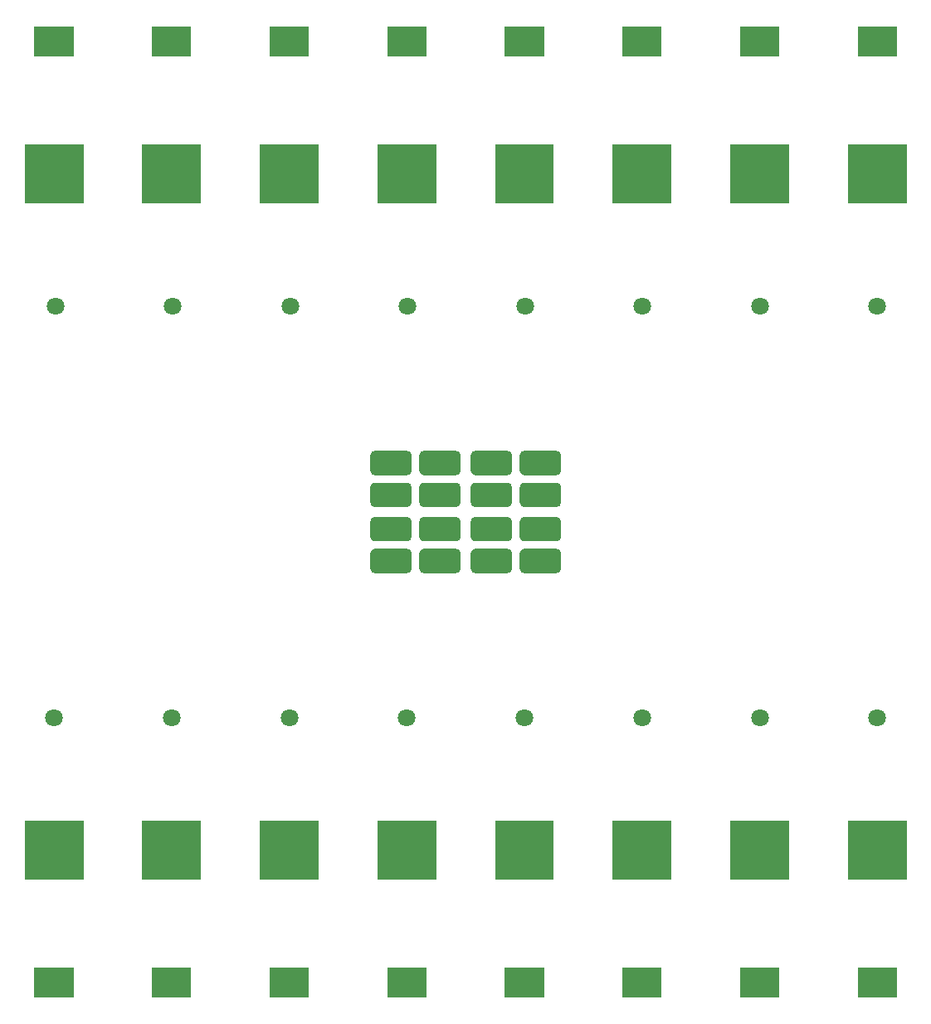
<source format=gts>
G04 #@! TF.GenerationSoftware,KiCad,Pcbnew,8.0.1-8.0.1-1~ubuntu22.04.1*
G04 #@! TF.CreationDate,2024-03-30T19:46:48+00:00*
G04 #@! TF.ProjectId,DRY_FLEX,4452595f-464c-4455-982e-6b696361645f,v1.0*
G04 #@! TF.SameCoordinates,Original*
G04 #@! TF.FileFunction,Soldermask,Top*
G04 #@! TF.FilePolarity,Negative*
%FSLAX46Y46*%
G04 Gerber Fmt 4.6, Leading zero omitted, Abs format (unit mm)*
G04 Created by KiCad (PCBNEW 8.0.1-8.0.1-1~ubuntu22.04.1) date 2024-03-30 19:46:48*
%MOMM*%
%LPD*%
G01*
G04 APERTURE LIST*
G04 Aperture macros list*
%AMFreePoly0*
4,1,13,0.345671,0.480970,0.426777,0.426777,0.480970,0.345671,0.500000,0.250000,0.500000,-0.900000,-0.500000,-0.900000,-0.500000,0.250000,-0.480970,0.345671,-0.426777,0.426777,-0.345671,0.480970,-0.250000,0.500000,0.250000,0.500000,0.345671,0.480970,0.345671,0.480970,$1*%
G04 Aperture macros list end*
%ADD10C,0.500000*%
%ADD11C,0.499999*%
%ADD12FreePoly0,0.000000*%
%ADD13C,1.800000*%
G04 APERTURE END LIST*
G36*
X60750000Y-70250000D02*
G01*
X65000000Y-70250000D01*
X65000000Y-71750000D01*
X60750000Y-71750000D01*
X60750000Y-70250000D01*
G37*
D10*
X56500001Y-61750000D02*
G75*
G02*
X56000001Y-61750000I-250000J0D01*
G01*
X56000001Y-61750000D02*
G75*
G02*
X56500001Y-61750000I250000J0D01*
G01*
G36*
X104500000Y-97500000D02*
G01*
X110500000Y-97500000D01*
X110500000Y-103500000D01*
X104500000Y-103500000D01*
X104500000Y-97500000D01*
G37*
D11*
X64750000Y-60250000D02*
G75*
G02*
X64250002Y-60250000I-249999J0D01*
G01*
X64250002Y-60250000D02*
G75*
G02*
X64750000Y-60250000I249999J0D01*
G01*
D10*
X61500000Y-63500000D02*
G75*
G02*
X61000000Y-63500000I-250000J0D01*
G01*
X61000000Y-63500000D02*
G75*
G02*
X61500000Y-63500000I250000J0D01*
G01*
X66750001Y-61750000D02*
G75*
G02*
X66250001Y-61750000I-250000J0D01*
G01*
X66250001Y-61750000D02*
G75*
G02*
X66750001Y-61750000I250000J0D01*
G01*
D11*
X74999999Y-60250000D02*
G75*
G02*
X74500001Y-60250000I-249999J0D01*
G01*
X74500001Y-60250000D02*
G75*
G02*
X74999999Y-60250000I249999J0D01*
G01*
X74999999Y-61750000D02*
G75*
G02*
X74500001Y-61750000I-249999J0D01*
G01*
X74500001Y-61750000D02*
G75*
G02*
X74999999Y-61750000I249999J0D01*
G01*
G36*
X57500000Y-16500000D02*
G01*
X61500000Y-16500000D01*
X61500000Y-19500000D01*
X57500000Y-19500000D01*
X57500000Y-16500000D01*
G37*
D10*
X71750000Y-70250000D02*
G75*
G02*
X71250000Y-70250000I-250000J0D01*
G01*
X71250000Y-70250000D02*
G75*
G02*
X71750000Y-70250000I250000J0D01*
G01*
G36*
X71500000Y-71250000D02*
G01*
X74750000Y-71250000D01*
X74750000Y-72250000D01*
X71500000Y-72250000D01*
X71500000Y-71250000D01*
G37*
G36*
X66000000Y-70250000D02*
G01*
X70250000Y-70250000D01*
X70250000Y-71750000D01*
X66000000Y-71750000D01*
X66000000Y-70250000D01*
G37*
D11*
X59750000Y-61750000D02*
G75*
G02*
X59250002Y-61750000I-249999J0D01*
G01*
X59250002Y-61750000D02*
G75*
G02*
X59750000Y-61750000I249999J0D01*
G01*
G36*
X70999999Y-67000000D02*
G01*
X75249999Y-67000000D01*
X75249999Y-68500000D01*
X70999999Y-68500000D01*
X70999999Y-67000000D01*
G37*
G36*
X66500000Y-64500000D02*
G01*
X69750000Y-64500000D01*
X69750000Y-65500000D01*
X66500000Y-65500000D01*
X66500000Y-64500000D01*
G37*
X70000000Y-70250000D02*
G75*
G02*
X69500002Y-70250000I-249999J0D01*
G01*
X69500002Y-70250000D02*
G75*
G02*
X70000000Y-70250000I249999J0D01*
G01*
X64749999Y-63500000D02*
G75*
G02*
X64250001Y-63500000I-249999J0D01*
G01*
X64250001Y-63500000D02*
G75*
G02*
X64749999Y-63500000I249999J0D01*
G01*
D10*
X71750000Y-71750000D02*
G75*
G02*
X71250000Y-71750000I-250000J0D01*
G01*
X71250000Y-71750000D02*
G75*
G02*
X71750000Y-71750000I250000J0D01*
G01*
G36*
X71499999Y-64500000D02*
G01*
X74749999Y-64500000D01*
X74749999Y-65500000D01*
X71499999Y-65500000D01*
X71499999Y-64500000D01*
G37*
G36*
X56500000Y-28500000D02*
G01*
X62500000Y-28500000D01*
X62500000Y-34500000D01*
X56500000Y-34500000D01*
X56500000Y-28500000D01*
G37*
G36*
X44500000Y-28500000D02*
G01*
X50500000Y-28500000D01*
X50500000Y-34500000D01*
X44500000Y-34500000D01*
X44500000Y-28500000D01*
G37*
D11*
X64750000Y-70250000D02*
G75*
G02*
X64250002Y-70250000I-249999J0D01*
G01*
X64250002Y-70250000D02*
G75*
G02*
X64750000Y-70250000I249999J0D01*
G01*
G36*
X92500000Y-97500000D02*
G01*
X98500000Y-97500000D01*
X98500000Y-103500000D01*
X92500000Y-103500000D01*
X92500000Y-97500000D01*
G37*
D10*
X61500000Y-65000000D02*
G75*
G02*
X61000000Y-65000000I-250000J0D01*
G01*
X61000000Y-65000000D02*
G75*
G02*
X61500000Y-65000000I250000J0D01*
G01*
G36*
X60749999Y-63500000D02*
G01*
X64999999Y-63500000D01*
X64999999Y-65000000D01*
X60749999Y-65000000D01*
X60749999Y-63500000D01*
G37*
D11*
X74999998Y-63500000D02*
G75*
G02*
X74500000Y-63500000I-249999J0D01*
G01*
X74500000Y-63500000D02*
G75*
G02*
X74999998Y-63500000I249999J0D01*
G01*
D10*
X56500002Y-63500000D02*
G75*
G02*
X56000002Y-63500000I-250000J0D01*
G01*
X56000002Y-63500000D02*
G75*
G02*
X56500002Y-63500000I250000J0D01*
G01*
D11*
X64749999Y-68500000D02*
G75*
G02*
X64250001Y-68500000I-249999J0D01*
G01*
X64250001Y-68500000D02*
G75*
G02*
X64749999Y-68500000I249999J0D01*
G01*
D10*
X61500001Y-67000000D02*
G75*
G02*
X61000001Y-67000000I-250000J0D01*
G01*
X61000001Y-67000000D02*
G75*
G02*
X61500001Y-67000000I250000J0D01*
G01*
D11*
X69999999Y-63500000D02*
G75*
G02*
X69500001Y-63500000I-249999J0D01*
G01*
X69500001Y-63500000D02*
G75*
G02*
X69999999Y-63500000I249999J0D01*
G01*
G36*
X66500001Y-68000000D02*
G01*
X69750001Y-68000000D01*
X69750001Y-69000000D01*
X66500001Y-69000000D01*
X66500001Y-68000000D01*
G37*
G36*
X61250001Y-71250000D02*
G01*
X64500001Y-71250000D01*
X64500001Y-72250000D01*
X61250001Y-72250000D01*
X61250001Y-71250000D01*
G37*
G36*
X66000000Y-60250000D02*
G01*
X70250000Y-60250000D01*
X70250000Y-61750000D01*
X66000000Y-61750000D01*
X66000000Y-60250000D01*
G37*
G36*
X71499999Y-66500000D02*
G01*
X74749999Y-66500000D01*
X74749999Y-67500000D01*
X71499999Y-67500000D01*
X71499999Y-66500000D01*
G37*
G36*
X70999998Y-63500000D02*
G01*
X75249998Y-63500000D01*
X75249998Y-65000000D01*
X70999998Y-65000000D01*
X70999998Y-63500000D01*
G37*
G36*
X66500001Y-71250000D02*
G01*
X69750001Y-71250000D01*
X69750001Y-72250000D01*
X66500001Y-72250000D01*
X66500001Y-71250000D01*
G37*
D10*
X71750000Y-68500000D02*
G75*
G02*
X71250000Y-68500000I-250000J0D01*
G01*
X71250000Y-68500000D02*
G75*
G02*
X71750000Y-68500000I250000J0D01*
G01*
G36*
X61250000Y-69750000D02*
G01*
X64500000Y-69750000D01*
X64500000Y-70750000D01*
X61250000Y-70750000D01*
X61250000Y-69750000D01*
G37*
D11*
X59750000Y-68500000D02*
G75*
G02*
X59250002Y-68500000I-249999J0D01*
G01*
X59250002Y-68500000D02*
G75*
G02*
X59750000Y-68500000I249999J0D01*
G01*
G36*
X56250001Y-68000000D02*
G01*
X59500001Y-68000000D01*
X59500001Y-69000000D01*
X56250001Y-69000000D01*
X56250001Y-68000000D01*
G37*
X70000000Y-67000000D02*
G75*
G02*
X69500002Y-67000000I-249999J0D01*
G01*
X69500002Y-67000000D02*
G75*
G02*
X70000000Y-67000000I249999J0D01*
G01*
G36*
X56250000Y-59750000D02*
G01*
X59500000Y-59750000D01*
X59500000Y-60750000D01*
X56250000Y-60750000D01*
X56250000Y-59750000D01*
G37*
X59750000Y-67000000D02*
G75*
G02*
X59250002Y-67000000I-249999J0D01*
G01*
X59250002Y-67000000D02*
G75*
G02*
X59750000Y-67000000I249999J0D01*
G01*
D10*
X56500001Y-60250000D02*
G75*
G02*
X56000001Y-60250000I-250000J0D01*
G01*
X56000001Y-60250000D02*
G75*
G02*
X56500001Y-60250000I250000J0D01*
G01*
X66750001Y-60250000D02*
G75*
G02*
X66250001Y-60250000I-250000J0D01*
G01*
X66250001Y-60250000D02*
G75*
G02*
X66750001Y-60250000I250000J0D01*
G01*
G36*
X61250001Y-61250000D02*
G01*
X64500001Y-61250000D01*
X64500001Y-62250000D01*
X61250001Y-62250000D01*
X61250001Y-61250000D01*
G37*
D11*
X74999999Y-71750000D02*
G75*
G02*
X74500001Y-71750000I-249999J0D01*
G01*
X74500001Y-71750000D02*
G75*
G02*
X74999999Y-71750000I249999J0D01*
G01*
G36*
X81500000Y-16500000D02*
G01*
X85500000Y-16500000D01*
X85500000Y-19500000D01*
X81500000Y-19500000D01*
X81500000Y-16500000D01*
G37*
X59750001Y-65000000D02*
G75*
G02*
X59250003Y-65000000I-249999J0D01*
G01*
X59250003Y-65000000D02*
G75*
G02*
X59750001Y-65000000I249999J0D01*
G01*
D10*
X61500001Y-70250000D02*
G75*
G02*
X61000001Y-70250000I-250000J0D01*
G01*
X61000001Y-70250000D02*
G75*
G02*
X61500001Y-70250000I250000J0D01*
G01*
G36*
X61250000Y-66500000D02*
G01*
X64500000Y-66500000D01*
X64500000Y-67500000D01*
X61250000Y-67500000D01*
X61250000Y-66500000D01*
G37*
G36*
X56500000Y-97500000D02*
G01*
X62500000Y-97500000D01*
X62500000Y-103500000D01*
X56500000Y-103500000D01*
X56500000Y-97500000D01*
G37*
G36*
X56250001Y-71250000D02*
G01*
X59500001Y-71250000D01*
X59500001Y-72250000D01*
X56250001Y-72250000D01*
X56250001Y-71250000D01*
G37*
D11*
X59750000Y-71750000D02*
G75*
G02*
X59250002Y-71750000I-249999J0D01*
G01*
X59250002Y-71750000D02*
G75*
G02*
X59750000Y-71750000I249999J0D01*
G01*
G36*
X45500000Y-112500000D02*
G01*
X49500000Y-112500000D01*
X49500000Y-115500000D01*
X45500000Y-115500000D01*
X45500000Y-112500000D01*
G37*
X74999998Y-65000000D02*
G75*
G02*
X74500000Y-65000000I-249999J0D01*
G01*
X74500000Y-65000000D02*
G75*
G02*
X74999998Y-65000000I249999J0D01*
G01*
D10*
X66750000Y-63500000D02*
G75*
G02*
X66250000Y-63500000I-250000J0D01*
G01*
X66250000Y-63500000D02*
G75*
G02*
X66750000Y-63500000I250000J0D01*
G01*
X71749999Y-63500000D02*
G75*
G02*
X71249999Y-63500000I-250000J0D01*
G01*
X71249999Y-63500000D02*
G75*
G02*
X71749999Y-63500000I250000J0D01*
G01*
X56500002Y-65000000D02*
G75*
G02*
X56000002Y-65000000I-250000J0D01*
G01*
X56000002Y-65000000D02*
G75*
G02*
X56500002Y-65000000I250000J0D01*
G01*
G36*
X70999999Y-70250000D02*
G01*
X75249999Y-70250000D01*
X75249999Y-71750000D01*
X70999999Y-71750000D01*
X70999999Y-70250000D01*
G37*
G36*
X21500000Y-112500000D02*
G01*
X25500000Y-112500000D01*
X25500000Y-115500000D01*
X21500000Y-115500000D01*
X21500000Y-112500000D01*
G37*
G36*
X66500000Y-59750000D02*
G01*
X69750000Y-59750000D01*
X69750000Y-60750000D01*
X66500000Y-60750000D01*
X66500000Y-59750000D01*
G37*
X66750001Y-68500000D02*
G75*
G02*
X66250001Y-68500000I-250000J0D01*
G01*
X66250001Y-68500000D02*
G75*
G02*
X66750001Y-68500000I250000J0D01*
G01*
G36*
X32500000Y-97500000D02*
G01*
X38500000Y-97500000D01*
X38500000Y-103500000D01*
X32500000Y-103500000D01*
X32500000Y-97500000D01*
G37*
D11*
X69999999Y-65000000D02*
G75*
G02*
X69500001Y-65000000I-249999J0D01*
G01*
X69500001Y-65000000D02*
G75*
G02*
X69999999Y-65000000I249999J0D01*
G01*
G36*
X61250000Y-64500000D02*
G01*
X64500000Y-64500000D01*
X64500000Y-65500000D01*
X61250000Y-65500000D01*
X61250000Y-64500000D01*
G37*
D10*
X66750001Y-67000000D02*
G75*
G02*
X66250001Y-67000000I-250000J0D01*
G01*
X66250001Y-67000000D02*
G75*
G02*
X66750001Y-67000000I250000J0D01*
G01*
X66750000Y-65000000D02*
G75*
G02*
X66250000Y-65000000I-250000J0D01*
G01*
X66250000Y-65000000D02*
G75*
G02*
X66750000Y-65000000I250000J0D01*
G01*
D11*
X64750000Y-71750000D02*
G75*
G02*
X64250002Y-71750000I-249999J0D01*
G01*
X64250002Y-71750000D02*
G75*
G02*
X64750000Y-71750000I249999J0D01*
G01*
G36*
X44500000Y-97500000D02*
G01*
X50500000Y-97500000D01*
X50500000Y-103500000D01*
X44500000Y-103500000D01*
X44500000Y-97500000D01*
G37*
D10*
X56500001Y-71750000D02*
G75*
G02*
X56000001Y-71750000I-250000J0D01*
G01*
X56000001Y-71750000D02*
G75*
G02*
X56500001Y-71750000I250000J0D01*
G01*
G36*
X66500000Y-66500000D02*
G01*
X69750000Y-66500000D01*
X69750000Y-67500000D01*
X66500000Y-67500000D01*
X66500000Y-66500000D01*
G37*
D11*
X64750000Y-61750000D02*
G75*
G02*
X64250002Y-61750000I-249999J0D01*
G01*
X64250002Y-61750000D02*
G75*
G02*
X64750000Y-61750000I249999J0D01*
G01*
G36*
X21500000Y-16500000D02*
G01*
X25500000Y-16500000D01*
X25500000Y-19500000D01*
X21500000Y-19500000D01*
X21500000Y-16500000D01*
G37*
G36*
X20500000Y-97500000D02*
G01*
X26500000Y-97500000D01*
X26500000Y-103500000D01*
X20500000Y-103500000D01*
X20500000Y-97500000D01*
G37*
D10*
X61500001Y-60250000D02*
G75*
G02*
X61000001Y-60250000I-250000J0D01*
G01*
X61000001Y-60250000D02*
G75*
G02*
X61500001Y-60250000I250000J0D01*
G01*
D11*
X74999999Y-68500000D02*
G75*
G02*
X74500001Y-68500000I-249999J0D01*
G01*
X74500001Y-68500000D02*
G75*
G02*
X74999999Y-68500000I249999J0D01*
G01*
D10*
X71750000Y-67000000D02*
G75*
G02*
X71250000Y-67000000I-250000J0D01*
G01*
X71250000Y-67000000D02*
G75*
G02*
X71750000Y-67000000I250000J0D01*
G01*
G36*
X57500000Y-112500000D02*
G01*
X61500000Y-112500000D01*
X61500000Y-115500000D01*
X57500000Y-115500000D01*
X57500000Y-112500000D01*
G37*
D11*
X64749999Y-65000000D02*
G75*
G02*
X64250001Y-65000000I-249999J0D01*
G01*
X64250001Y-65000000D02*
G75*
G02*
X64749999Y-65000000I249999J0D01*
G01*
G36*
X55750001Y-63500000D02*
G01*
X60000001Y-63500000D01*
X60000001Y-65000000D01*
X55750001Y-65000000D01*
X55750001Y-63500000D01*
G37*
X59750001Y-63500000D02*
G75*
G02*
X59250003Y-63500000I-249999J0D01*
G01*
X59250003Y-63500000D02*
G75*
G02*
X59750001Y-63500000I249999J0D01*
G01*
G36*
X93500000Y-16500000D02*
G01*
X97500000Y-16500000D01*
X97500000Y-19500000D01*
X93500000Y-19500000D01*
X93500000Y-16500000D01*
G37*
X70000000Y-71750000D02*
G75*
G02*
X69500002Y-71750000I-249999J0D01*
G01*
X69500002Y-71750000D02*
G75*
G02*
X70000000Y-71750000I249999J0D01*
G01*
D10*
X56500001Y-70250000D02*
G75*
G02*
X56000001Y-70250000I-250000J0D01*
G01*
X56000001Y-70250000D02*
G75*
G02*
X56500001Y-70250000I250000J0D01*
G01*
G36*
X56250000Y-69750000D02*
G01*
X59500000Y-69750000D01*
X59500000Y-70750000D01*
X56250000Y-70750000D01*
X56250000Y-69750000D01*
G37*
G36*
X68500000Y-97500000D02*
G01*
X74500000Y-97500000D01*
X74500000Y-103500000D01*
X68500000Y-103500000D01*
X68500000Y-97500000D01*
G37*
G36*
X60750000Y-67000000D02*
G01*
X65000000Y-67000000D01*
X65000000Y-68500000D01*
X60750000Y-68500000D01*
X60750000Y-67000000D01*
G37*
D11*
X70000000Y-68500000D02*
G75*
G02*
X69500002Y-68500000I-249999J0D01*
G01*
X69500002Y-68500000D02*
G75*
G02*
X70000000Y-68500000I249999J0D01*
G01*
X74999999Y-70250000D02*
G75*
G02*
X74500001Y-70250000I-249999J0D01*
G01*
X74500001Y-70250000D02*
G75*
G02*
X74999999Y-70250000I249999J0D01*
G01*
G36*
X80500000Y-28500000D02*
G01*
X86500000Y-28500000D01*
X86500000Y-34500000D01*
X80500000Y-34500000D01*
X80500000Y-28500000D01*
G37*
G36*
X45500000Y-16500000D02*
G01*
X49500000Y-16500000D01*
X49500000Y-19500000D01*
X45500000Y-19500000D01*
X45500000Y-16500000D01*
G37*
G36*
X80500000Y-97500000D02*
G01*
X86500000Y-97500000D01*
X86500000Y-103500000D01*
X80500000Y-103500000D01*
X80500000Y-97500000D01*
G37*
G36*
X71499998Y-63000000D02*
G01*
X74749998Y-63000000D01*
X74749998Y-64000000D01*
X71499998Y-64000000D01*
X71499998Y-63000000D01*
G37*
G36*
X55750000Y-60250000D02*
G01*
X60000000Y-60250000D01*
X60000000Y-61750000D01*
X55750000Y-61750000D01*
X55750000Y-60250000D01*
G37*
X70000000Y-61750000D02*
G75*
G02*
X69500002Y-61750000I-249999J0D01*
G01*
X69500002Y-61750000D02*
G75*
G02*
X70000000Y-61750000I249999J0D01*
G01*
G36*
X93500000Y-112500000D02*
G01*
X97500000Y-112500000D01*
X97500000Y-115500000D01*
X93500000Y-115500000D01*
X93500000Y-112500000D01*
G37*
G36*
X56250001Y-63000000D02*
G01*
X59500001Y-63000000D01*
X59500001Y-64000000D01*
X56250001Y-64000000D01*
X56250001Y-63000000D01*
G37*
D10*
X66750001Y-70250000D02*
G75*
G02*
X66250001Y-70250000I-250000J0D01*
G01*
X66250001Y-70250000D02*
G75*
G02*
X66750001Y-70250000I250000J0D01*
G01*
G36*
X33500000Y-16500000D02*
G01*
X37500000Y-16500000D01*
X37500000Y-19500000D01*
X33500000Y-19500000D01*
X33500000Y-16500000D01*
G37*
D11*
X59750000Y-70250000D02*
G75*
G02*
X59250002Y-70250000I-249999J0D01*
G01*
X59250002Y-70250000D02*
G75*
G02*
X59750000Y-70250000I249999J0D01*
G01*
G36*
X71500000Y-61250000D02*
G01*
X74750000Y-61250000D01*
X74750000Y-62250000D01*
X71500000Y-62250000D01*
X71500000Y-61250000D01*
G37*
G36*
X61250000Y-59750000D02*
G01*
X64500000Y-59750000D01*
X64500000Y-60750000D01*
X61250000Y-60750000D01*
X61250000Y-59750000D01*
G37*
G36*
X104500000Y-28500000D02*
G01*
X110500000Y-28500000D01*
X110500000Y-34500000D01*
X104500000Y-34500000D01*
X104500000Y-28500000D01*
G37*
G36*
X33500000Y-112500000D02*
G01*
X37500000Y-112500000D01*
X37500000Y-115500000D01*
X33500000Y-115500000D01*
X33500000Y-112500000D01*
G37*
X70000000Y-60250000D02*
G75*
G02*
X69500002Y-60250000I-249999J0D01*
G01*
X69500002Y-60250000D02*
G75*
G02*
X70000000Y-60250000I249999J0D01*
G01*
G36*
X71499999Y-69750000D02*
G01*
X74749999Y-69750000D01*
X74749999Y-70750000D01*
X71499999Y-70750000D01*
X71499999Y-69750000D01*
G37*
G36*
X92500000Y-28500000D02*
G01*
X98500000Y-28500000D01*
X98500000Y-34500000D01*
X92500000Y-34500000D01*
X92500000Y-28500000D01*
G37*
G36*
X66000000Y-67000000D02*
G01*
X70250000Y-67000000D01*
X70250000Y-68500000D01*
X66000000Y-68500000D01*
X66000000Y-67000000D01*
G37*
G36*
X32500000Y-28500000D02*
G01*
X38500000Y-28500000D01*
X38500000Y-34500000D01*
X32500000Y-34500000D01*
X32500000Y-28500000D01*
G37*
D10*
X66750001Y-71750000D02*
G75*
G02*
X66250001Y-71750000I-250000J0D01*
G01*
X66250001Y-71750000D02*
G75*
G02*
X66750001Y-71750000I250000J0D01*
G01*
G36*
X105500000Y-112500000D02*
G01*
X109500000Y-112500000D01*
X109500000Y-115500000D01*
X105500000Y-115500000D01*
X105500000Y-112500000D01*
G37*
G36*
X71499999Y-59750000D02*
G01*
X74749999Y-59750000D01*
X74749999Y-60750000D01*
X71499999Y-60750000D01*
X71499999Y-59750000D01*
G37*
G36*
X66500000Y-69750000D02*
G01*
X69750000Y-69750000D01*
X69750000Y-70750000D01*
X66500000Y-70750000D01*
X66500000Y-69750000D01*
G37*
X56500001Y-68500000D02*
G75*
G02*
X56000001Y-68500000I-250000J0D01*
G01*
X56000001Y-68500000D02*
G75*
G02*
X56500001Y-68500000I250000J0D01*
G01*
D11*
X74999999Y-67000000D02*
G75*
G02*
X74500001Y-67000000I-249999J0D01*
G01*
X74500001Y-67000000D02*
G75*
G02*
X74999999Y-67000000I249999J0D01*
G01*
G36*
X55750000Y-70250000D02*
G01*
X60000000Y-70250000D01*
X60000000Y-71750000D01*
X55750000Y-71750000D01*
X55750000Y-70250000D01*
G37*
G36*
X56250000Y-66500000D02*
G01*
X59500000Y-66500000D01*
X59500000Y-67500000D01*
X56250000Y-67500000D01*
X56250000Y-66500000D01*
G37*
D10*
X71749999Y-65000000D02*
G75*
G02*
X71249999Y-65000000I-250000J0D01*
G01*
X71249999Y-65000000D02*
G75*
G02*
X71749999Y-65000000I250000J0D01*
G01*
X61500001Y-71750000D02*
G75*
G02*
X61000001Y-71750000I-250000J0D01*
G01*
X61000001Y-71750000D02*
G75*
G02*
X61500001Y-71750000I250000J0D01*
G01*
G36*
X70999999Y-60250000D02*
G01*
X75249999Y-60250000D01*
X75249999Y-61750000D01*
X70999999Y-61750000D01*
X70999999Y-60250000D01*
G37*
G36*
X60750000Y-60250000D02*
G01*
X65000000Y-60250000D01*
X65000000Y-61750000D01*
X60750000Y-61750000D01*
X60750000Y-60250000D01*
G37*
X61500001Y-61750000D02*
G75*
G02*
X61000001Y-61750000I-250000J0D01*
G01*
X61000001Y-61750000D02*
G75*
G02*
X61500001Y-61750000I250000J0D01*
G01*
X71750000Y-61750000D02*
G75*
G02*
X71250000Y-61750000I-250000J0D01*
G01*
X71250000Y-61750000D02*
G75*
G02*
X71750000Y-61750000I250000J0D01*
G01*
G36*
X66500001Y-61250000D02*
G01*
X69750001Y-61250000D01*
X69750001Y-62250000D01*
X66500001Y-62250000D01*
X66500001Y-61250000D01*
G37*
D11*
X64750000Y-67000000D02*
G75*
G02*
X64250002Y-67000000I-249999J0D01*
G01*
X64250002Y-67000000D02*
G75*
G02*
X64750000Y-67000000I249999J0D01*
G01*
G36*
X105500000Y-16500000D02*
G01*
X109500000Y-16500000D01*
X109500000Y-19500000D01*
X105500000Y-19500000D01*
X105500000Y-16500000D01*
G37*
G36*
X56250001Y-61250000D02*
G01*
X59500001Y-61250000D01*
X59500001Y-62250000D01*
X56250001Y-62250000D01*
X56250001Y-61250000D01*
G37*
G36*
X71500000Y-68000000D02*
G01*
X74750000Y-68000000D01*
X74750000Y-69000000D01*
X71500000Y-69000000D01*
X71500000Y-68000000D01*
G37*
G36*
X69500000Y-112500000D02*
G01*
X73500000Y-112500000D01*
X73500000Y-115500000D01*
X69500000Y-115500000D01*
X69500000Y-112500000D01*
G37*
G36*
X61250000Y-68000000D02*
G01*
X64500000Y-68000000D01*
X64500000Y-69000000D01*
X61250000Y-69000000D01*
X61250000Y-68000000D01*
G37*
D10*
X61500000Y-68500000D02*
G75*
G02*
X61000000Y-68500000I-250000J0D01*
G01*
X61000000Y-68500000D02*
G75*
G02*
X61500000Y-68500000I250000J0D01*
G01*
X56500001Y-67000000D02*
G75*
G02*
X56000001Y-67000000I-250000J0D01*
G01*
X56000001Y-67000000D02*
G75*
G02*
X56500001Y-67000000I250000J0D01*
G01*
G36*
X66499999Y-63000000D02*
G01*
X69749999Y-63000000D01*
X69749999Y-64000000D01*
X66499999Y-64000000D01*
X66499999Y-63000000D01*
G37*
G36*
X55750000Y-67000000D02*
G01*
X60000000Y-67000000D01*
X60000000Y-68500000D01*
X55750000Y-68500000D01*
X55750000Y-67000000D01*
G37*
G36*
X65999999Y-63500000D02*
G01*
X70249999Y-63500000D01*
X70249999Y-65000000D01*
X65999999Y-65000000D01*
X65999999Y-63500000D01*
G37*
G36*
X69500000Y-16500000D02*
G01*
X73500000Y-16500000D01*
X73500000Y-19500000D01*
X69500000Y-19500000D01*
X69500000Y-16500000D01*
G37*
G36*
X20500000Y-28500000D02*
G01*
X26500000Y-28500000D01*
X26500000Y-34500000D01*
X20500000Y-34500000D01*
X20500000Y-28500000D01*
G37*
G36*
X81500000Y-112500000D02*
G01*
X85500000Y-112500000D01*
X85500000Y-115500000D01*
X81500000Y-115500000D01*
X81500000Y-112500000D01*
G37*
X71750000Y-60250000D02*
G75*
G02*
X71250000Y-60250000I-250000J0D01*
G01*
X71250000Y-60250000D02*
G75*
G02*
X71750000Y-60250000I250000J0D01*
G01*
G36*
X56250002Y-64500000D02*
G01*
X59500002Y-64500000D01*
X59500002Y-65500000D01*
X56250002Y-65500000D01*
X56250002Y-64500000D01*
G37*
D11*
X59750000Y-60250000D02*
G75*
G02*
X59250002Y-60250000I-249999J0D01*
G01*
X59250002Y-60250000D02*
G75*
G02*
X59750000Y-60250000I249999J0D01*
G01*
G36*
X61249999Y-63000000D02*
G01*
X64499999Y-63000000D01*
X64499999Y-64000000D01*
X61249999Y-64000000D01*
X61249999Y-63000000D01*
G37*
G36*
X68500000Y-28500000D02*
G01*
X74500000Y-28500000D01*
X74500000Y-34500000D01*
X68500000Y-34500000D01*
X68500000Y-28500000D01*
G37*
D12*
X57875000Y-67550000D03*
D13*
X95500000Y-87000000D03*
X59500000Y-87000000D03*
D12*
X73125000Y-67550000D03*
D13*
X83500000Y-18000000D03*
X95521426Y-44999999D03*
D12*
X57875000Y-64050000D03*
X73125000Y-64125000D03*
D13*
X71500000Y-113999999D03*
X47500000Y-18000000D03*
X35500000Y-18000000D03*
X23500000Y-114000000D03*
X23650000Y-45000000D03*
X23500000Y-18000000D03*
X95500000Y-18000000D03*
X71564284Y-45000000D03*
D12*
X73125000Y-70800000D03*
D13*
X59585713Y-44999999D03*
X107500000Y-18000000D03*
D12*
X57875000Y-70800000D03*
X68125000Y-64000000D03*
D13*
X83500000Y-87000000D03*
X83500000Y-113999999D03*
X71500000Y-18000000D03*
X59500000Y-113999999D03*
D12*
X73000000Y-61125000D03*
X62875000Y-67625000D03*
D13*
X35500000Y-87000000D03*
X71500000Y-87000000D03*
D12*
X68125000Y-67550000D03*
X62875000Y-64050000D03*
X68125000Y-60800000D03*
D13*
X23500000Y-87000000D03*
X47500000Y-113999999D03*
D12*
X68125000Y-70875000D03*
D13*
X107500000Y-114000000D03*
X107500000Y-45000000D03*
X83542855Y-44999999D03*
X95500000Y-113999999D03*
D12*
X57875000Y-60875000D03*
D13*
X107500000Y-87000000D03*
X59500000Y-17999999D03*
D12*
X62875000Y-60800000D03*
X62875000Y-70925000D03*
D13*
X35628571Y-44999999D03*
X35500000Y-113999999D03*
X47500000Y-87000000D03*
X47607142Y-45000000D03*
M02*

</source>
